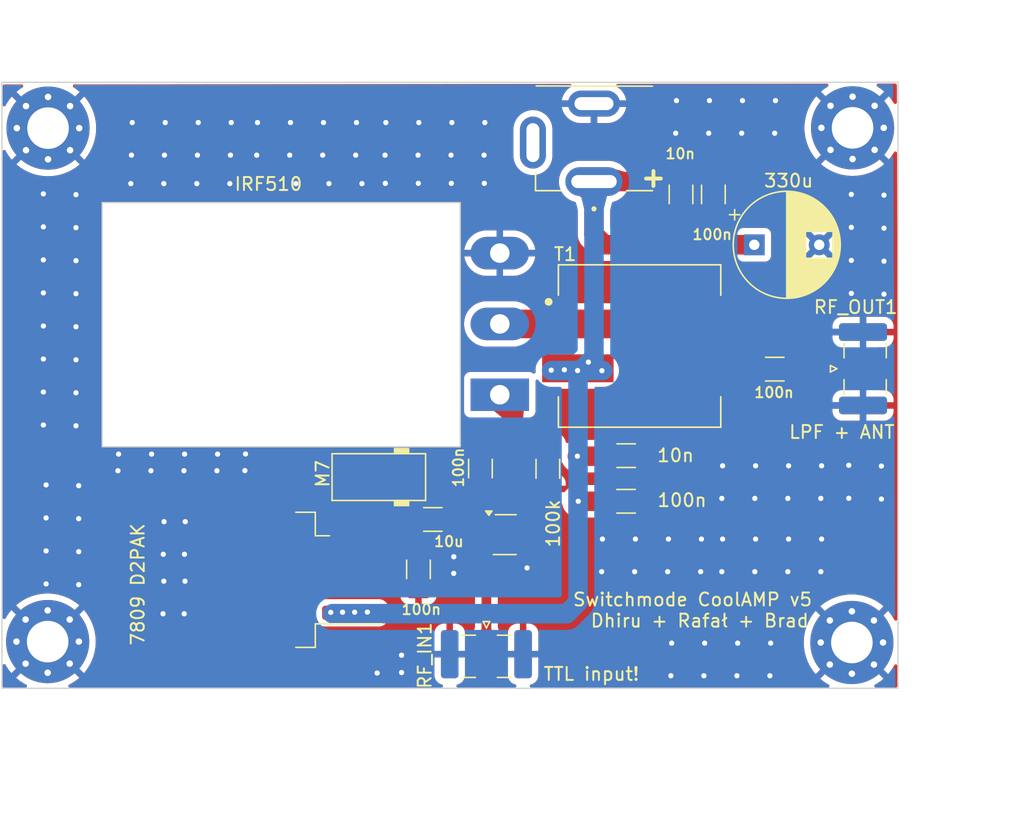
<source format=kicad_pcb>
(kicad_pcb (version 20240706) (generator "pcbnew") (generator_version "8.99")
  (layers (0 "F.Cu" signal) (31 "B.Cu" signal) (35 "F.Paste" user) (37 "F.SilkS" user "F.Silkscreen") (38 "B.Mask" user) (39 "F.Mask" user) (44 "Edge.Cuts" user))
  (net 0 "")
  (net 1 "GND")
  (net 2 "Net-(Q1-G)")
  (net 3 "/DRAIN")
  (net 4 "Net-(RF_OUT1-In)")
  (net 6 "Net-(D1-A)")
  (net 7 "9V")
  (net 8 "Net-(RF_IN1-In)")
  (net 9 "Net-(C3-Pad2)")
  (net 10 "+VDC")
  (footprint "MountingHole:MountingHole_3.2mm_M3_Pad_Via" (layer "F.Cu") (at 141.8 105.72)
    (property "Reference" "H3" (hide yes))
    (property "Value" "MountingHole_Pad" (hide yes))
    (pad "1" thru_hole circle (at -2.4 0) (size 0.8 0.8) (drill 0.5) (layers "*.Cu" "*.Mask") (net 1 "GND"))
    (pad "1" thru_hole circle (at -1.697056 -1.697056) (size 0.8 0.8) (drill 0.5) (layers "*.Cu" "*.Mask") (net 1 "GND"))
    (pad "1" thru_hole circle (at -1.697056 1.697056) (size 0.8 0.8) (drill 0.5) (layers "*.Cu" "*.Mask") (net 1 "GND"))
    (pad "1" thru_hole circle (at 0 -2.4) (size 0.8 0.8) (drill 0.5) (layers "*.Cu" "*.Mask") (net 1 "GND"))
    (pad "1" thru_hole circle (at 0 0) (size 6.4 6.4) (drill 3.2) (layers "*.Cu" "*.Mask") (net 1 "GND"))
    (pad "1" thru_hole circle (at 0 2.4) (size 0.8 0.8) (drill 0.5) (layers "*.Cu" "*.Mask") (net 1 "GND"))
    (pad "1" thru_hole circle (at 1.697056 -1.697056) (size 0.8 0.8) (drill 0.5) (layers "*.Cu" "*.Mask") (net 1 "GND"))
    (pad "1" thru_hole circle (at 1.697056 1.697056) (size 0.8 0.8) (drill 0.5) (layers "*.Cu" "*.Mask") (net 1 "GND"))
    (pad "1" thru_hole circle (at 2.4 0) (size 0.8 0.8) (drill 0.5) (layers "*.Cu" "*.Mask") (net 1 "GND"))
  )
  (footprint "Connector_Coaxial:SMA_Samtec_SMA-J-P-H-ST-EM1_EdgeMount" (layer "F.Cu") (at 204.8075 84.72)
    (property "Reference" "RF_OUT1" (at -0.8175 -4.74 0) (layer "F.SilkS"))
    (property "Value" "SMA" (hide yes))
    (pad "1" smd roundrect (at 0 0 90) (size 1.27 3.2) (layers "F.Cu" "F.Mask") (roundrect_rratio 0.1968503937) (net 4 "Net-(RF_OUT1-In)"))
    (pad "2" smd roundrect (at -0.25 -2.825 90) (size 1.35 3.7) (layers "F.Cu" "F.Mask") (roundrect_rratio 0.1851851852) (net 1 "GND"))
    (pad "2" smd roundrect (at -0.25 -2.825 90) (size 1.35 3.7) (layers "B.Cu" "B.Mask") (roundrect_rratio 0.1851851852) (net 1 "GND"))
    (pad "2" smd roundrect (at -0.25 2.825 90) (size 1.35 3.7) (layers "F.Cu" "F.Mask") (roundrect_rratio 0.1851851852) (net 1 "GND"))
    (pad "2" smd roundrect (at -0.25 2.825 90) (size 1.35 3.7) (layers "B.Cu" "B.Mask") (roundrect_rratio 0.1851851852) (net 1 "GND"))
  )
  (footprint "Capacitor_SMD:C_1206_3216Metric_Pad1.33x1.80mm_HandSolder" (layer "F.Cu") (at 186.32 94.92)
    (property "Reference" "C12" (hide yes))
    (property "Value" "100n" (at 4.31 -0.08 180) (layer "F.SilkS"))
    (pad "1" smd roundrect (at -1.5625 0) (size 1.325 1.8) (layers "F.Cu" "F.Paste" "F.Mask") (roundrect_rratio 0.188679) (net 10 "+VDC"))
    (pad "2" smd roundrect (at 1.5625 0) (size 1.325 1.8) (layers "F.Cu" "F.Paste" "F.Mask") (roundrect_rratio 0.188679) (net 1 "GND"))
  )
  (footprint "footprints:XKB_DC-005-5A-2.0_Modded" (layer "F.Cu") (at 183.85 64.3125 -90)
    (property "Reference" "Power1" (hide yes))
    (property "Value" "DC-005 (Barrel Jack)" (hide yes))
    (pad "1" thru_hole oval (at 6 0 270) (size 2.2 4.4) (drill oval 1 3.5) (layers "*.Cu" "*.Mask") (net 10 "+VDC"))
    (pad "2" thru_hole oval (at 0 0 270) (size 2 4) (drill oval 1 3) (layers "*.Cu" "*.Mask") (net 1 "GND"))
    (pad "3" thru_hole oval (at 3 4.7 270) (size 4 2) (drill oval 3 1) (layers "*.Cu" "*.Mask"))
  )
  (footprint "Capacitor_SMD:C_1206_3216Metric_Pad1.33x1.80mm_HandSolder" (layer "F.Cu") (at 171.45 96.32)
    (property "Reference" "C9" (hide yes))
    (property "Value" "10u" (at 1.23 1.7 180) (layer "F.SilkS") (effects (font (size 0.8 0.8))))
    (pad "1" smd roundrect (at -1.5625 0) (size 1.325 1.8) (layers "F.Cu" "F.Paste" "F.Mask") (roundrect_rratio 0.1886792453) (net 7 "9V"))
    (pad "2" smd roundrect (at 1.5625 0) (size 1.325 1.8) (layers "F.Cu" "F.Paste" "F.Mask") (roundrect_rratio 0.1886792453) (net 1 "GND"))
  )
  (footprint "Capacitor_SMD:C_1206_3216Metric_Pad1.33x1.80mm_HandSolder" (layer "F.Cu") (at 175.11 92.4 90)
    (property "Reference" "C4" (hide yes))
    (property "Value" "100n" (at 0.0775 -1.69 -90) (layer "F.SilkS") (effects (font (size 0.8 0.8))))
    (pad "1" smd roundrect (at -1.5625 0 90) (size 1.325 1.8) (layers "F.Cu" "F.Paste" "F.Mask") (roundrect_rratio 0.1886792453) (net 7 "9V"))
    (pad "2" smd roundrect (at 1.5625 0 90) (size 1.325 1.8) (layers "F.Cu" "F.Paste" "F.Mask") (roundrect_rratio 0.1886792453) (net 1 "GND"))
  )
  (footprint "MountingHole:MountingHole_3.2mm_M3_Pad_Via" (layer "F.Cu") (at 203.7 105.79)
    (property "Reference" "H4" (hide yes))
    (property "Value" "MountingHole_Pad" (hide yes))
    (pad "1" thru_hole circle (at -2.4 0) (size 0.8 0.8) (drill 0.5) (layers "*.Cu" "*.Mask") (net 1 "GND"))
    (pad "1" thru_hole circle (at -1.697056 -1.697056) (size 0.8 0.8) (drill 0.5) (layers "*.Cu" "*.Mask") (net 1 "GND"))
    (pad "1" thru_hole circle (at -1.697056 1.697056) (size 0.8 0.8) (drill 0.5) (layers "*.Cu" "*.Mask") (net 1 "GND"))
    (pad "1" thru_hole circle (at 0 -2.4) (size 0.8 0.8) (drill 0.5) (layers "*.Cu" "*.Mask") (net 1 "GND"))
    (pad "1" thru_hole circle (at 0 0) (size 6.4 6.4) (drill 3.2) (layers "*.Cu" "*.Mask") (net 1 "GND"))
    (pad "1" thru_hole circle (at 0 2.4) (size 0.8 0.8) (drill 0.5) (layers "*.Cu" "*.Mask") (net 1 "GND"))
    (pad "1" thru_hole circle (at 1.697056 -1.697056) (size 0.8 0.8) (drill 0.5) (layers "*.Cu" "*.Mask") (net 1 "GND"))
    (pad "1" thru_hole circle (at 1.697056 1.697056) (size 0.8 0.8) (drill 0.5) (layers "*.Cu" "*.Mask") (net 1 "GND"))
    (pad "1" thru_hole circle (at 2.4 0) (size 0.8 0.8) (drill 0.5) (layers "*.Cu" "*.Mask") (net 1 "GND"))
  )
  (footprint "Connector_Coaxial:SMA_Samtec_SMA-J-P-H-ST-EM1_EdgeMount" (layer "F.Cu") (at 175.57 106.94 -90)
    (property "Reference" "RF_IN1" (at -0.14 4.74 90) (layer "F.SilkS"))
    (property "Value" "SMA" (hide yes))
    (pad "1" smd roundrect (at 0 0) (size 1.27 3.2) (layers "F.Cu" "F.Mask") (roundrect_rratio 0.1968503937) (net 8 "Net-(RF_IN1-In)"))
    (pad "2" smd roundrect (at -0.25 -2.825) (size 1.35 3.7) (layers "F.Cu" "F.Mask") (roundrect_rratio 0.1851851852) (net 1 "GND"))
    (pad "2" smd roundrect (at -0.25 -2.825) (size 1.35 3.7) (layers "B.Cu" "B.Mask") (roundrect_rratio 0.1851851852) (net 1 "GND"))
    (pad "2" smd roundrect (at -0.25 2.825) (size 1.35 3.7) (layers "F.Cu" "F.Mask") (roundrect_rratio 0.1851851852) (net 1 "GND"))
    (pad "2" smd roundrect (at -0.25 2.825) (size 1.35 3.7) (layers "B.Cu" "B.Mask") (roundrect_rratio 0.1851851852) (net 1 "GND"))
  )
  (footprint "footprints:TO-247-3_Horizontal_TabDown_Modded" (layer "F.Cu") (at 176.6 86.72 90)
    (property "Reference" "Q1" (hide yes))
    (property "Value" "IRF510" (hide yes))
    (pad "" np_thru_hole oval (at 5.45 -19.86 90) (size 3.6 3.6) (drill 3.6) (layers "*.Cu" "*.Mask"))
    (pad "1" thru_hole rect (at 0 0 90) (size 2.5 4.5) (drill 1.5) (layers "*.Cu" "*.Mask") (net 2 "Net-(Q1-G)"))
    (pad "2" thru_hole oval (at 5.45 0 90) (size 2.5 4.5) (drill 1.5) (layers "*.Cu" "*.Mask") (net 3 "/DRAIN"))
    (pad "3" thru_hole oval (at 10.9 0 90) (size 2.5 4.5) (drill 1.5) (layers "*.Cu" "*.Mask") (net 1 "GND"))
  )
  (footprint "Capacitor_SMD:C_1206_3216Metric_Pad1.33x1.80mm_HandSolder" (layer "F.Cu") (at 197.7675 84.75 180)
    (property "Reference" "C3" (hide yes))
    (property "Value" "100n" (at 0.06 -1.8 180) (layer "F.SilkS") (effects (font (size 0.8 0.8))))
    (pad "1" smd roundrect (at -1.5625 0 180) (size 1.325 1.8) (layers "F.Cu" "F.Paste" "F.Mask") (roundrect_rratio 0.1886792453) (net 4 "Net-(RF_OUT1-In)"))
    (pad "2" smd roundrect (at 1.5625 0 180) (size 1.325 1.8) (layers "F.Cu" "F.Paste" "F.Mask") (roundrect_rratio 0.1886792453) (net 9 "Net-(C3-Pad2)"))
  )
  (footprint "PCM_Diode_SMD_AKL:D_SMA" (layer "F.Cu") (at 167.29 93.06 180)
    (property "Reference" "D1" (hide yes))
    (property "Value" "M7" (at 4.32 0.26 -90) (layer "F.SilkS"))
    (pad "1" smd roundrect (at -2 0 180) (size 2.5 1.8) (layers "F.Cu" "F.Paste" "F.Mask") (roundrect_rratio 0.1388888889) (net 7 "9V"))
    (pad "2" smd roundrect (at 2 0 180) (size 2.5 1.8) (layers "F.Cu" "F.Paste" "F.Mask") (roundrect_rratio 0.1388888889) (net 6 "Net-(D1-A)"))
  )
  (footprint "Package_TO_SOT_SMD:TSOT-23-5_HandSoldering" (layer "F.Cu") (at 176.98 97.4625)
    (property "Reference" "U2" (hide yes))
    (property "Value" "UCC27517DBVR" (hide yes))
    (pad "1" smd roundrect (at -1.71 -0.95) (size 2 0.65) (layers "F.Cu" "F.Paste" "F.Mask") (net 7 "9V"))
    (pad "2" smd roundrect (at -1.71 0) (size 2 0.65) (layers "F.Cu" "F.Paste" "F.Mask") (net 1 "GND"))
    (pad "3" smd roundrect (at -1.71 0.95) (size 2 0.65) (layers "F.Cu" "F.Paste" "F.Mask") (net 8 "Net-(RF_IN1-In)"))
    (pad "4" smd roundrect (at 1.71 0.95) (size 2 0.65) (layers "F.Cu" "F.Paste" "F.Mask") (net 1 "GND"))
    (pad "5" smd roundrect (at 1.71 -0.95) (size 2 0.65) (layers "F.Cu" "F.Paste" "F.Mask") (net 2 "Net-(Q1-G)"))
  )
  (footprint "Capacitor_THT:CP_Radial_D8.0mm_P5.00mm" (layer "F.Cu") (at 196.187349 75.18)
    (property "Reference" "C6" (hide yes))
    (property "Value" "330u" (at 2.642651 -4.93 0) (layer "F.SilkS"))
    (pad "1" thru_hole rect (at 0 0) (size 1.6 1.6) (drill 0.8) (layers "*.Cu" "*.Mask") (net 10 "+VDC"))
    (pad "2" thru_hole circle (at 5 0) (size 1.6 1.6) (drill 0.8) (layers "*.Cu" "*.Mask") (net 1 "GND"))
  )
  (footprint "footprints:IND_SRF1260A-4R7Y-Longer-Pads" (layer "F.Cu") (at 187.36 82.97)
    (property "Reference" "T1" (at -5.725 -7.065 0) (layer "F.SilkS") (effects (font (size 1.001409 1.001409))))
    (property "Value" "SRF1260A-4R7Y" (hide yes))
    (pad "1" smd rect (at -4.75 -1.715 180) (size 5.5 2.15) (layers "F.Cu" "F.Paste" "F.Mask") (net 3 "/DRAIN"))
    (pad "2" smd rect (at -4.75 1.715 180) (size 5.5 2.15) (layers "F.Cu" "F.Paste" "F.Mask") (net 10 "+VDC"))
    (pad "3" smd rect (at 4.75 1.715 180) (size 5.5 2.15) (layers "F.Cu" "F.Paste" "F.Mask") (net 9 "Net-(C3-Pad2)"))
    (pad "4" smd rect (at 4.75 -1.715 180) (size 5.5 2.15) (layers "F.Cu" "F.Paste" "F.Mask") (net 3 "/DRAIN"))
  )
  (footprint "MountingHole:MountingHole_3.2mm_M3_Pad_Via" (layer "F.Cu") (at 141.83 66.2)
    (property "Reference" "H1" (hide yes))
    (property "Value" "MountingHole_Pad" (hide yes))
    (pad "1" thru_hole circle (at -2.4 0) (size 0.8 0.8) (drill 0.5) (layers "*.Cu" "*.Mask") (net 1 "GND"))
    (pad "1" thru_hole circle (at -1.697056 -1.697056) (size 0.8 0.8) (drill 0.5) (layers "*.Cu" "*.Mask") (net 1 "GND"))
    (pad "1" thru_hole circle (at -1.697056 1.697056) (size 0.8 0.8) (drill 0.5) (layers "*.Cu" "*.Mask") (net 1 "GND"))
    (pad "1" thru_hole circle (at 0 -2.4) (size 0.8 0.8) (drill 0.5) (layers "*.Cu" "*.Mask") (net 1 "GND"))
    (pad "1" thru_hole circle (at 0 0) (size 6.4 6.4) (drill 3.2) (layers "*.Cu" "*.Mask") (net 1 "GND"))
    (pad "1" thru_hole circle (at 0 2.4) (size 0.8 0.8) (drill 0.5) (layers "*.Cu" "*.Mask") (net 1 "GND"))
    (pad "1" thru_hole circle (at 1.697056 -1.697056) (size 0.8 0.8) (drill 0.5) (layers "*.Cu" "*.Mask") (net 1 "GND"))
    (pad "1" thru_hole circle (at 1.697056 1.697056) (size 0.8 0.8) (drill 0.5) (layers "*.Cu" "*.Mask") (net 1 "GND"))
    (pad "1" thru_hole circle (at 2.4 0) (size 0.8 0.8) (drill 0.5) (layers "*.Cu" "*.Mask") (net 1 "GND"))
  )
  (footprint "Capacitor_SMD:C_1206_3216Metric_Pad1.33x1.80mm_HandSolder" (layer "F.Cu") (at 193.04 71.3 90)
    (property "Reference" "C5" (hide yes))
    (property "Value" "100n" (at -3.09 -0.09 0) (layer "F.SilkS") (effects (font (size 0.8 0.8))))
    (pad "1" smd roundrect (at -1.5625 0 90) (size 1.325 1.8) (layers "F.Cu" "F.Paste" "F.Mask") (roundrect_rratio 0.1886792453) (net 10 "+VDC"))
    (pad "2" smd roundrect (at 1.5625 0 90) (size 1.325 1.8) (layers "F.Cu" "F.Paste" "F.Mask") (roundrect_rratio 0.1886792453) (net 1 "GND"))
  )
  (footprint "Capacitor_SMD:C_1206_3216Metric_Pad1.33x1.80mm_HandSolder" (layer "F.Cu") (at 170.34 100.16 -90)
    (property "Reference" "C8" (hide yes))
    (property "Value" "100n" (at 3.0875 -0.22 180) (layer "F.SilkS") (effects (font (size 0.8 0.8))))
    (pad "1" smd roundrect (at -1.5625 0 270) (size 1.325 1.8) (layers "F.Cu" "F.Paste" "F.Mask") (roundrect_rratio 0.1886792453) (net 6 "Net-(D1-A)"))
    (pad "2" smd roundrect (at 1.5625 0 270) (size 1.325 1.8) (layers "F.Cu" "F.Paste" "F.Mask") (roundrect_rratio 0.1886792453) (net 1 "GND"))
  )
  (footprint "footprints:TO-263-2-bigger" (layer "F.Cu") (at 157.575 100.965 180)
    (property "Reference" "U1" (hide yes))
    (property "Value" "7809 D2PAK" (at 8.835 -0.355 90) (layer "F.SilkS"))
    (pad "1" smd roundrect (at -7.65 -2.54 180) (size 4.6 1.1) (layers "F.Cu" "F.Paste" "F.Mask") (roundrect_rratio 0.227273) (net 10 "+VDC"))
    (pad "2" smd roundrect (at -0.925 -2.775 180) (size 4.55 5.25) (layers "F.Cu" "F.Paste") (roundrect_rratio 0.054945) (net 1 "GND"))
    (pad "2" smd roundrect (at -0.925 2.775 180) (size 4.55 5.25) (layers "F.Cu" "F.Paste") (roundrect_rratio 0.054945) (net 1 "GND"))
    (pad "2" smd roundrect (at 2.38 0.04 180) (size 11.16 10.88) (layers "F.Cu" "F.Mask") (roundrect_rratio 0.026596) (net 1 "GND"))
    (pad "2" smd roundrect (at 4.805 2.815 180) (size 6.31 5.33) (layers "F.Cu" "F.Paste") (roundrect_rratio 0.054945) (net 1 "GND"))
    (pad "2" smd roundrect (at 4.815 -2.775 180) (size 6.33 5.25) (layers "F.Cu" "F.Paste") (roundrect_rratio 0.054945) (net 1 "GND"))
    (pad "3" smd roundrect (at -7.65 2.54 180) (size 4.6 1.1) (layers "F.Cu" "F.Paste" "F.Mask") (roundrect_rratio 0.227273) (net 6 "Net-(D1-A)"))
  )
  (footprint "Capacitor_SMD:C_1206_3216Metric_Pad1.33x1.80mm_HandSolder" (layer "F.Cu") (at 190.55 71.3 90)
    (property "Reference" "C10" (hide yes))
    (property "Value" "10n" (at 3.13 -0.06 0) (layer "F.SilkS") (effects (font (size 0.8 0.8))))
    (pad "1" smd roundrect (at -1.5625 0 90) (size 1.325 1.8) (layers "F.Cu" "F.Paste" "F.Mask") (roundrect_rratio 0.1886792453) (net 10 "+VDC"))
    (pad "2" smd roundrect (at 1.5625 0 90) (size 1.325 1.8) (layers "F.Cu" "F.Paste" "F.Mask") (roundrect_rratio 0.1886792453) (net 1 "GND"))
  )
  (footprint "MountingHole:MountingHole_3.2mm_M3_Pad_Via" (layer "F.Cu") (at 203.752944 66.177944)
    (property "Reference" "H2" (hide yes))
    (property "Value" "MountingHole_Pad" (hide yes))
    (pad "1" thru_hole circle (at -2.4 0) (size 0.8 0.8) (drill 0.5) (layers "*.Cu" "*.Mask") (net 1 "GND"))
    (pad "1" thru_hole circle (at -1.697056 -1.697056) (size 0.8 0.8) (drill 0.5) (layers "*.Cu" "*.Mask") (net 1 "GND"))
    (pad "1" thru_hole circle (at -1.697056 1.697056) (size 0.8 0.8) (drill 0.5) (layers "*.Cu" "*.Mask") (net 1 "GND"))
    (pad "1" thru_hole circle (at 0 -2.4) (size 0.8 0.8) (drill 0.5) (layers "*.Cu" "*.Mask") (net 1 "GND"))
    (pad "1" thru_hole circle (at 0 0) (size 6.4 6.4) (drill 3.2) (layers "*.Cu" "*.Mask") (net 1 "GND"))
    (pad "1" thru_hole circle (at 0 2.4) (size 0.8 0.8) (drill 0.5) (layers "*.Cu" "*.Mask") (net 1 "GND"))
    (pad "1" thru_hole circle (at 1.697056 -1.697056) (size 0.8 0.8) (drill 0.5) (layers "*.Cu" "*.Mask") (net 1 "GND"))
    (pad "1" thru_hole circle (at 1.697056 1.697056) (size 0.8 0.8) (drill 0.5) (layers "*.Cu" "*.Mask") (net 1 "GND"))
    (pad "1" thru_hole circle (at 2.4 0) (size 0.8 0.8) (drill 0.5) (layers "*.Cu" "*.Mask") (net 1 "GND"))
  )
  (footprint "Resistor_SMD:R_1206_3216Metric_Pad1.30x1.75mm_HandSolder" (layer "F.Cu") (at 180.3 92.42 -90)
    (property "Reference" "R3" (hide yes))
    (property "Value" "100k" (at 4.21 -0.41 90) (layer "F.SilkS"))
    (pad "1" smd roundrect (at -1.55 0 270) (size 1.3 1.75) (layers "F.Cu" "F.Paste" "F.Mask") (roundrect_rratio 0.1923076923) (net 2 "Net-(Q1-G)"))
    (pad "2" smd roundrect (at 1.55 0 270) (size 1.3 1.75) (layers "F.Cu" "F.Paste" "F.Mask") (roundrect_rratio 0.1923076923) (net 1 "GND"))
  )
  (footprint "Capacitor_SMD:C_1206_3216Metric_Pad1.33x1.80mm_HandSolder" (layer "F.Cu") (at 186.3325 91.41)
    (property "Reference" "C2" (hide yes))
    (property "Value" "10n" (at 3.7975 -0.02 180) (layer "F.SilkS"))
    (pad "1" smd roundrect (at -1.5625 0) (size 1.325 1.8) (layers "F.Cu" "F.Paste" "F.Mask") (roundrect_rratio 0.188679) (net 10 "+VDC"))
    (pad "2" smd roundrect (at 1.5625 0) (size 1.325 1.8) (layers "F.Cu" "F.Paste" "F.Mask") (roundrect_rratio 0.188679) (net 1 "GND"))
  )
  (gr_rect (start 138.28 62.675) (end 207.25 109.315) (stroke (width 0.1)) (fill none) (layer "Edge.Cuts"))
  (gr_rect (start 146 71.93) (end 173.55 90.72) (stroke (width 0.1)) (fill none) (layer "Edge.Cuts"))
  (gr_text "+" (at 187.3 70.85 0) (layer "F.SilkS") (effects (font (size 1.5 1.5) (thickness 0.3) (bold yes)) (justify left bottom)))
  (gr_text "LPF + ANT" (at 198.78 90.18 0) (layer "F.SilkS") (effects (font (size 1 1)) (justify left bottom)))
  (gr_text "TTL input!" (at 179.89 108.8 0) (layer "F.SilkS") (effects (font (size 1 1)) (justify left bottom)))
  (gr_text "Dhiru + Rafał + Brad" (at 183.51 104.7 0) (layer "F.SilkS") (effects (font (size 1 1)) (justify left bottom)))
  (gr_text "IRF510" (at 156.1 71.09 0) (layer "F.SilkS") (effects (font (size 1 1)) (justify left bottom)))
  (gr_text "Switchmode CoolAMP v5\n " (at 182.15 104.68 0) (layer "F.SilkS") (effects (font (size 1 1)) (justify left bottom)))
  (segment (start 174.1825 97.4725) (end 173.07 96.36) (width 0.75) (layer "F.Cu") (net 1))
  (segment (start 175.44 97.4725) (end 174.1825 97.4725) (width 0.75) (layer "F.Cu") (net 1))
  (segment (start 175.44 97.4725) (end 174.562514 97.4725) (width 0.75) (layer "F.Cu") (net 1))
  (via (at 143.98 76.4) (size 0.8) (drill 0.4) (layers "F.Cu" "B.Cu") (net 1))
  (via (at 197.82 64.08) (size 0.8) (drill 0.4) (layers "F.Cu" "B.Cu") (net 1))
  (via (at 141.68 98.74) (size 0.8) (drill 0.4) (layers "F.Cu" "B.Cu") (net 1))
  (via (at 143.98 71.32) (size 0.8) (drill 0.4) (layers "F.Cu" "B.Cu") (net 1))
  (via (at 141.47 89.05) (size 0.8) (drill 0.4) (layers "F.Cu" "B.Cu") (net 1))
  (via (at 157.95 65.77) (size 0.8) (drill 0.4) (layers "F.Cu" "B.Cu") (net 1))
  (via (at 141.47 76.34) (size 0.8) (drill 0.4) (layers "F.Cu" "B.Cu") (net 1))
  (via (at 201.37 97.83) (size 0.8) (drill 0.4) (layers "F.Cu" "B.Cu") (net 1))
  (via (at 192.74 64.08) (size 0.8) (drill 0.4) (layers "F.Cu" "B.Cu") (net 1))
  (via (at 150.7 99) (size 0.8) (drill 0.4) (layers "F.Cu" "B.Cu") (net 1))
  (via (at 190.14 66.59) (size 0.8) (drill 0.4) (layers "F.Cu" "B.Cu") (net 1))
  (via (at 150.76 96.49) (size 0.8) (drill 0.4) (layers "F.Cu" "B.Cu") (net 1))
  (via (at 167.83 65.77) (size 0.8) (drill 0.4) (layers "F.Cu" "B.Cu") (net 1))
  (via (at 175.45 65.77) (size 0.8) (drill 0.4) (layers "F.Cu" "B.Cu") (net 1))
  (via (at 153.28 70.47) (size 0.8) (drill 0.4) (layers "F.Cu" "B.Cu") (net 1))
  (via (at 198.83 97.83) (size 0.8) (drill 0.4) (layers "F.Cu" "B.Cu") (net 1))
  (via (at 150.85 65.77) (size 0.8) (drill 0.4) (layers "F.Cu" "B.Cu") (net 1))
  (via (at 165.99 70.47) (size 0.8) (drill 0.4) (layers "F.Cu" "B.Cu") (net 1))
  (via (at 192.06 100.34) (size 0.8) (drill 0.4) (layers "F.Cu" "B.Cu") (net 1))
  (via (at 190.2 64.08) (size 0.8) (drill 0.4) (layers "F.Cu" "B.Cu") (net 1))
  (via (at 206.17 78.98) (size 0.8) (drill 0.4) (layers "F.Cu" "B.Cu") (net 1))
  (via (at 195.22 66.59) (size 0.8) (drill 0.4) (layers "F.Cu" "B.Cu") (net 1))
  (via (at 193.69 100.34) (size 0.8) (drill 0.4) (layers "F.Cu" "B.Cu") (net 1))
  (via (at 192.37 105.84) (size 0.8) (drill 0.4) (layers "F.Cu" "B.Cu") (net 1))
  (via (at 153.39 65.77) (size 0.8) (drill 0.4) (layers "F.Cu" "B.Cu") (net 1))
  (via (at 187.04 97.83) (size 0.8) (drill 0.4) (layers "F.Cu" "B.Cu") (net 1))
  (via (at 201.31 100.34) (size 0.8) (drill 0.4) (layers "F.Cu" "B.Cu") (net 1))
  (via (at 172.91 65.77) (size 0.8) (drill 0.4) (layers "F.Cu" "B.Cu") (net 1))
  (via (at 147.26 91.29) (size 0.8) (drill 0.4) (layers "F.Cu" "B.Cu") (net 1))
  (via (at 196.23 94.7) (size 0.8) (drill 0.4) (layers "F.Cu" "B.Cu") (net 1))
  (via (at 203.66 76.38) (size 0.8) (drill 0.4) (layers "F.Cu" "B.Cu") (net 1))
  (via (at 147.21 92.57) (size 0.8) (drill 0.4) (layers "F.Cu" "B.Cu") (net 1))
  (via (at 193.75 97.83) (size 0.8) (drill 0.4) (layers "F.Cu" "B.Cu") (net 1))
  (via (at 189.77 108.35) (size 0.8) (drill 0.4) (layers "F.Cu" "B.Cu") (net 1))
  (via (at 141.47 78.88) (size 0.8) (drill 0.4) (layers "F.Cu" "B.Cu") (net 1))
  (via (at 198.83 92.19) (size 0.8) (drill 0.4) (layers "F.Cu" "B.Cu") (net 1))
  (via (at 196.29 97.83) (size 0.8) (drill 0.4) (layers "F.Cu" "B.Cu") (net 1))
  (via (at 152.34 91.29) (size 0.8) (drill 0.4) (layers "F.Cu" "B.Cu") (net 1))
  (via (at 203.66 71.3) (size 0.8) (drill 0.4) (layers "F.Cu" "B.Cu") (net 1))
  (via (at 155.87 68.28) (size 0.8) (drill 0.4) (layers "F.Cu" "B.Cu") (net 1))
  (via (at 144.19 96.26) (size 0.8) (drill 0.4) (layers "F.Cu" "B.Cu") (net 1))
  (via (at 157.89 68.28) (size 0.8) (drill 0.4) (layers "F.Cu" "B.Cu") (net 1))
  (via (at 172.87 70.45) (size 0.8) (drill 0.4) (layers "F.Cu" "B.Cu") (net 1))
  (via (at 197.45 105.84) (size 0.8) (drill 0.4) (layers "F.Cu" "B.Cu") (net 1))
  (via (at 160.43 68.28) (size 0.8) (drill 0.4) (layers "F.Cu" "B.Cu") (net 1))
  (via (at 205.97 92.21) (size 0.8) (drill 0.4) (layers "F.Cu" "B.Cu") (net 1))
  (via (at 203.46 94.69) (size 0.8) (drill 0.4) (layers "F.Cu" "B.Cu") (net 1))
  (via (at 196.23 100.34) (size 0.8) (drill 0.4) (layers "F.Cu" "B.Cu") (net 1))
  (via (at 206.17 76.44) (size 0.8) (drill 0.4) (layers "F.Cu" "B.Cu") (net 1))
  (via (at 148.31 65.77) (size 0.8) (drill 0.4) (layers "F.Cu" "B.Cu") (net 1))
  (via (at 163.03 65.77) (size 0.8) (drill 0.4) (layers "F.Cu" "B.Cu") (net 1))
  (via (at 152.37 101.07) (size 0.8) (drill 0.4) (layers "F.Cu" "B.Cu") (net 1))
  (via (at 163.45 70.47) (size 0.8) (drill 0.4) (layers "F.Cu" "B.Cu") (net 1))
  (via (at 143.98 86.57) (size 0.8) (drill 0.4) (layers "F.Cu" "B.Cu") (net 1))
  (via (at 165.51 68.28) (size 0.8) (drill 0.4) (layers "F.Cu" "B.Cu") (net 1))
  (via (at 167.16 108.14) (size 0.8) (drill 0.4) (layers "F.Cu" "B.Cu") (net 1))
  (via (at 169.04 108.1) (size 0.8) (drill 0.4) (layers "F.Cu" "B.Cu") (net 1))
  (via (at 195.28 64.08) (size 0.8) (drill 0.4) (layers "F.Cu" "B.Cu") (net 1))
  (via (at 196.29 92.19) (size 0.8) (drill 0.4) (layers "F.Cu" "B.Cu") (net 1))
  (via (at 150.79 68.28) (size 0.8) (drill 0.4) (layers "F.Cu" "B.Cu") (net 1))
  (via (at 203.66 73.84) (size 0.8) (drill 0.4) (layers "F.Cu" "B.Cu") (net 1))
  (via (at 141.47 86.51) (size 0.8) (drill 0.4) (layers "F.Cu" "B.Cu") (net 1))
  (via (at 144.19 98.8) (size 0.8) (drill 0.4) (layers "F.Cu" "B.Cu") (net 1))
  (via (at 154.88 91.29) (size 0.8) (drill 0.4) (layers "F.Cu" "B.Cu") (net 1))
  (via (at 193.69 94.7) (size 0.8) (drill 0.4) (layers "F.Cu" "B.Cu") (net 1))
  (via (at 192.31 108.35) (size 0.8) (drill 0.4) (layers "F.Cu" "B.Cu") (net 1))
  (via (at 175.39 68.28) (size 0.8) (drill 0.4) (layers "F.Cu" "B.Cu") (net 1))
  (via (at 201.37 92.19) (size 0.8) (drill 0.4) (layers "F.Cu" "B.Cu") (net 1))
  (via (at 141.47 73.8) (size 0.8) (drill 0.4) (layers "F.Cu" "B.Cu") (net 1))
  (via (at 197.76 66.59) (size 0.8) (drill 0.4) (layers "F.Cu" "B.Cu") (net 1))
  (via (at 150.68 103.58) (size 0.8) (drill 0.4) (layers "F.Cu" "B.Cu") (net 1))
  (via (at 154.83 92.57) (size 0.8) (drill 0.4) (layers "F.Cu" "B.Cu") (net 1))
  (via (at 148.2 70.47) (size 0.8) (drill 0.4) (layers "F.Cu" "B.Cu") (net 1))
  (via (at 170.31 68.28) (size 0.8) (drill 0.4) (layers "F.Cu" "B.Cu") (net 1))
  (via (at 141.47 83.97) (size 0.8) (drill 0.4) (layers "F.Cu" "B.Cu") (net 1))
  (via (at 143.98 78.94) (size 0.8) (drill 0.4) (layers "F.Cu" "B.Cu") (net 1))
  (via (at 143.98 81.49) (size 0.8) (drill 0.4) (layers "F.Cu" "B.Cu") (net 1))
  (via (at 192.68 66.59) (size 0.8) (drill 0.4) (layers "F.Cu" "B.Cu") (net 1))
  (via (at 152.33 99) (size 0.8) (drill 0.4) (layers "F.Cu" "B.Cu") (net 1))
  (via (at 205.97 94.75) (size 0.8) (drill 0.4) (layers "F.Cu" "B.Cu") (net 1))
  (via (at 170.33 70.45) (size 0.8) (drill 0.4) (layers "F.Cu" "B.Cu") (net 1))
  (via (at 170.37 65.77) (size 0.8) (drill 0.4) (layers "F.Cu" "B.Cu") (net 1))
  (via (at 197.39 108.35) (size 0.8) (drill 0.4) (layers "F.Cu" "B.Cu") (net 1))
  (via (at 141.68 101.28) (size 0.8) (drill 0.4) (layers "F.Cu" "B.Cu") (net 1))
  (via (at 152.31 103.58) (size 0.8) (drill 0.4) (layers "F.Cu" "B.Cu") (net 1))
  (via (at 184.44 100.34) (size 0.8) (drill 0.4) (layers "F.Cu" "B.Cu") (net 1))
  (via (at 149.8 91.29) (size 0.8) (drill 0.4) (layers "F.Cu" "B.Cu") (net 1))
  (via (at 178.7 100.05) (size 0.8) (drill 0.4) (layers "F.Cu" "B.Cu") (net 1))
  (via (at 175.41 70.45) (size 0.8) (drill 0.4) (layers "F.Cu" "B.Cu") (net 1))
  (via (at 184.5 97.83) (size 0.8) (drill 0.4) (layers "F.Cu" "B.Cu") (net 1))
  (via (at 152.29 92.57) (size 0.8) (drill 0.4) (layers "F.Cu" "B.Cu") (net 1))
  (via (at 194.85 108.35) (size 0.8) (drill 0.4) (layers "F.Cu" "B.Cu") (net 1))
  (via (at 189.58 97.83) (size 0.8) (drill 0.4) (layers "F.Cu" "B.Cu") (net 1))
  (via (at 162.97 68.28) (size 0.8) (drill 0.4) (layers "F.Cu" "B.Cu") (net 1))
  (via (at 150.74 70.47) (size 0.8) (drill 0.4) (layers "F.Cu" "B.Cu") (net 1))
  (via (at 155.82 70.47) (size 0.8) (drill 0.4) (layers "F.Cu" "B.Cu") (net 1))
  (via (at 167.79 70.45) (size 0.8) (drill 0.4) (layers "F.Cu" "B.Cu") (net 1))
  (via (at 167.77 68.28) (size 0.8) (drill 0.4) (layers "F.Cu" "B.Cu") (net 1))
  (via (at 143.98 73.86) (size 0.8) (drill 0.4) (layers "F.Cu" "B.Cu") (net 1))
  (via (at 144.19 101.34) (size 0.8) (drill 0.4) (layers "F.Cu" "B.Cu") (net 1))
  (via (at 173.054721 100.470673) (size 0.8) (drill 0.4) (layers "F.Cu" "B.Cu") (net 1))
  (via (at 160.91 70.47) (size 0.8) (drill 0.4) (layers "F.Cu" "B.Cu") (net 1))
  (via (at 206.17 71.36) (size 0.8) (drill 0.4) (layers "F.Cu" "B.Cu") (net 1))
  (via (at 173.06 99.19) (size 0.8) (drill 0.4) (layers "F.Cu" "B.Cu") (net 1))
  (via (at 160.49 65.77) (size 0.8) (drill 0.4) (layers "F.Cu" "B.Cu") (net 1))
  (via (at 201.31 94.7) (size 0.8) (drill 0.4) (layers "F.Cu" "B.Cu") (net 1))
  (via (at 157.03 91.28) (size 0.8) (drill 0.4) (layers "F.Cu" "B.Cu") (net 1))
  (via (at 143.98 84.03) (size 0.8) (drill 0.4) (layers "F.Cu" "B.Cu") (net 1))
  (via (at 149.75 92.57) (size 0.8) (drill 0.4) (layers "F.Cu" "B.Cu") (net 1))
  (via (at 189.52 100.34) (size 0.8) (drill 0.4) (layers "F.Cu" "B.Cu") (net 1))
  (via (at 141.47 81.43) (size 0.8) (drill 0.4) (layers "F.Cu" "B.Cu") (net 1))
  (via (at 203.66 78.92) (size 0.8) (drill 0.4) (layers "F.Cu" "B.Cu") (net 1))
  (via (at 150.74 101.07) (size 0.8) (drill 0.4) (layers "F.Cu" "B.Cu") (net 1))
  (via (at 155.93 65.77) (size 0.8) (drill 0.4) (layers "F.Cu" "B.Cu") (net 1))
  (via (at 169.04 106.77) (size 0.8) (drill 0.4) (layers "F.Cu" "B.Cu") (net 1))
  (via (at 198.77 100.34) (size 0.8) (drill 0.4) (layers "F.Cu" "B.Cu") (net 1))
  (via (at 206.17 73.9) (size 0.8) (drill 0.4) (layers "F.Cu" "B.Cu") (net 1))
  (via (at 141.68 93.66) (size 0.8) (drill 0.4) (layers "F.Cu" "B.Cu") (net 1))
  (via (at 148.25 68.28) (size 0.8) (drill 0.4) (layers "F.Cu" "B.Cu") (net 1))
  (via (at 141.68 96.2) (size 0.8) (drill 0.4) (layers "F.Cu" "B.Cu") (net 1))
  (via (at 198.77 94.7) (size 0.8) (drill 0.4) (layers "F.Cu" "B.Cu") (net 1))
  (via (at 144.19 93.72) (size 0.8) (drill 0.4) (layers "F.Cu" "B.Cu") (net 1))
  (via (at 193.75 92.19) (size 0.8) (drill 0.4) (layers "F.Cu" "B.Cu") (net 1))
  (via (at 141.47 71.26) (size 0.8) (drill 0.4) (layers "F.Cu" "B.Cu") (net 1))
  (via (at 165.57 65.77) (size 0.8) (drill 0.4) (layers "F.Cu" "B.Cu") (net 1))
  (via (at 143.98 89.11) (size 0.8) (drill 0.4) (layers "F.Cu" "B.Cu") (net 1))
  (via (at 153.33 68.28) (size 0.8) (drill 0.4) (layers "F.Cu" "B.Cu") (net 1))
  (via (at 152.39 96.49) (size 0.8) (drill 0.4) (layers "F.Cu" "B.Cu") (net 1))
  (via (at 203.46 92.15) (size 0.8) (drill 0.4) (layers "F.Cu" "B.Cu") (net 1))
  (via (at 172.85 68.28) (size 0.8) (drill 0.4) (layers "F.Cu" "B.Cu") (net 1))
  (via (at 192.12 97.83) (size 0.8) (drill 0.4) (layers "F.Cu" "B.Cu") (net 1))
  (via (at 189.83 105.84) (size 0.8) (drill 0.4) (layers "F.Cu" "B.Cu") (net 1))
  (via (at 194.91 105.84) (size 0.8) (drill 0.4) (layers "F.Cu" "B.Cu") (net 1))
  (via (at 186.98 100.34) (size 0.8) (drill 0.4) (layers "F.Cu" "B.Cu") (net 1))
  (via (at 156.98 92.56) (size 0.8) (drill 0.4) (layers "F.Cu" "B.Cu") (net 1))
  (segment (start 177.86 95.6825) (end 177.86 87.98) (width 1) (layer "F.Cu") (net 2))
  (segment (start 177.86 90.84) (end 180.27 90.84) (width 1) (layer "F.Cu") (net 2))
  (segment (start 177.86 87.98) (end 176.6 86.72) (width 1) (layer "F.Cu") (net 2))
  (segment (start 178.69 96.5125) (end 177.86 95.6825) (width 1) (layer "F.Cu") (net 2))
  (segment (start 176.6 81.27) (end 182.455 81.27) (width 2.2) (layer "F.Cu") (net 3))
  (segment (start 182.455 81.27) (end 182.46 81.275) (width 2.2) (layer "F.Cu") (net 3))
  (segment (start 182.46 81.275) (end 191.96 81.275) (width 2.2) (layer "F.Cu") (net 3))
  (segment (start 199.33 84.75) (end 204.9775 84.75) (width 2.2) (layer "F.Cu") (net 4))
  (segment (start 165.225 98.425) (end 170.1675 98.425) (width 1.5) (layer "F.Cu") (net 6))
  (segment (start 165.29 93.06) (end 165.29 98.36) (width 1.5) (layer "F.Cu") (net 6))
  (segment (start 165.29 98.36) (end 165.225 98.425) (width 1.5) (layer "F.Cu") (net 6))
  (segment (start 170.1675 98.425) (end 170.34 98.5975) (width 1.5) (layer "F.Cu") (net 6))
  (segment (start 174.2075 93.06) (end 175.11 93.9625) (width 1.5) (layer "F.Cu") (net 7))
  (segment (start 174.5775 93.43) (end 175.11 93.9625) (width 1) (layer "F.Cu") (net 7))
  (segment (start 169.29 93.06) (end 174.2075 93.06) (width 1.5) (layer "F.Cu") (net 7))
  (segment (start 175.44 94.61) (end 175.44 96.5225) (width 0.75) (layer "F.Cu") (net 7))
  (segment (start 169.8875 93.6575) (end 169.29 93.06) (width 1.5) (layer "F.Cu") (net 7))
  (segment (start 170.0975 96.33) (end 170.0975 93.4425) (width 0.75) (layer "F.Cu") (net 7))
  (segment (start 169.8875 96.32) (end 169.8875 93.6575) (width 1.5) (layer "F.Cu") (net 7))
  (segment (start 175.57 98.5525) (end 175.44 98.4225) (width 0.75) (layer "F.Cu") (net 8))
  (segment (start 175.57 107.14) (end 175.57 98.5525) (width 0.75) (layer "F.Cu") (net 8))
  (segment (start 192.11 84.685) (end 196.14 84.685) (width 2.2) (layer "F.Cu") (net 9))
  (segment (start 186.11 75.17) (end 184.65 75.17) (width 1.5) (layer "F.Cu") (net 10))
  (segment (start 193.07 75.17) (end 191.16 75.17) (width 1.5) (layer "F.Cu") (net 10))
  (segment (start 186.12 75.18) (end 196.187349 75.18) (width 1.5) (layer "F.Cu") (net 10))
  (segment (start 191.16 75.17) (end 190.57 75.17) (width 1.5) (layer "F.Cu") (net 10))
  (segment (start 183.85 74.37) (end 183.85 70.3125) (width 1.5) (layer "F.Cu") (net 10))
  (segment (start 183.27 70.8925) (end 183.85 70.3125) (width 1.5) (layer "F.Cu") (net 10))
  (segment (start 186.11 75.17) (end 186.12 75.18) (width 1.5) (layer "F.Cu") (net 10))
  (segment (start 190.55 72.8625) (end 190.55 75.15) (width 1.5) (layer "F.Cu") (net 10))
  (segment (start 195.33 75.17) (end 193.07 75.17) (width 1.5) (layer "F.Cu") (net 10))
  (segment (start 182.64 94.92) (end 184.7575 94.92) (width 1.5) (layer "F.Cu") (net 10))
  (segment (start 192.27 75.17) (end 192.28 75.18) (width 1.5) (layer "F.Cu") (net 10))
  (segment (start 193.04 72.8625) (end 193.04 75.14) (width 1.5) (layer "F.Cu") (net 10))
  (segment (start 186.56 70.3125) (end 186.6 70.3525) (width 1.5) (layer "F.Cu") (net 10))
  (segment (start 193.04 75.14) (end 193.07 75.17) (width 1.5) (layer "F.Cu") (net 10))
  (segment (start 191.16 75.17) (end 192.27 75.17) (width 1.5) (layer "F.Cu") (net 10))
  (segment (start 182.57 91.45) (end 184.73 91.45) (width 1.5) (layer "F.Cu") (net 10))
  (segment (start 190.57 75.17) (end 186.11 75.17) (width 1.5) (layer "F.Cu") (net 10))
  (segment (start 183.85 70.3125) (end 186.56 70.3125) (width 1.5) (layer "F.Cu") (net 10))
  (segment (start 190.55 75.15) (end 190.57 75.17) (width 1.5) (layer "F.Cu") (net 10))
  (segment (start 184.65 75.17) (end 183.85 74.37) (width 1.5) (layer "F.Cu") (net 10))
  (via (at 166.41 103.45) (size 0.8) (drill 0.4) (layers "F.Cu" "B.Cu") (net 10))
  (via (at 165.43 103.46) (size 0.8) (drill 0.4) (layers "F.Cu" "B.Cu") (net 10))
  (via (at 181.57 84.8) (size 0.8) (drill 0.4) (layers "F.Cu" "B.Cu") (net 10))
  (via (at 184.46 84.87) (size 0.8) (drill 0.4) (layers "F.Cu" "B.Cu") (net 10))
  (via (at 182.57 91.45) (size 0.8) (drill 0.4) (layers "F.Cu" "B.Cu") (net 10))
  (via (at 182.64 94.92) (size 0.8) (drill 0.4) (layers "F.Cu" "B.Cu") (net 10))
  (via (at 182.59 84.86) (size 0.8) (drill 0.4) (layers "F.Cu" "B.Cu") (net 10))
  (via (at 183.42 84.21) (size 0.8) (drill 0.4) (layers "F.Cu" "B.Cu") (net 10))
  (via (at 163.59 103.47) (size 0.8) (drill 0.4) (layers "F.Cu" "B.Cu") (net 10))
  (via (at 180.56 84.83) (size 0.8) (drill 0.4) (layers "F.Cu" "B.Cu") (net 10))
  (via (at 164.5 103.46) (size 0.8) (drill 0.4) (layers "F.Cu" "B.Cu") (net 10))
  (segment (start 182.62 102.7) (end 182.62 85.07) (width 1.5) (layer "B.Cu") (net 10))
  (segment (start 183.85 83.84) (end 183.85 70.3125) (width 1.5) (layer "B.Cu") (net 10))
  (segment (start 166.2 103.57) (end 181.75 103.57) (width 1.5) (layer "B.Cu") (net 10))
  (segment (start 182.62 85.07) (end 183.85 83.84) (width 1.5) (layer "B.Cu") (net 10))
  (segment (start 181.75 103.57) (end 182.62 102.7) (width 1.5) (layer "B.Cu") (net 10))
  (segment (start 182.59 84.86) (end 180.59 84.86) (width 1.5) (layer "B.Cu") (net 10))
  (segment (start 166.2 103.57) (end 163.72 103.57) (width 1.5) (layer "B.Cu") (net 10))
  (segment (start 182.59 84.86) (end 184.52 84.86) (width 1.5) (layer "B.Cu") (net 10))
  (zone (net 1) (net_name "GND") (layer "F.Cu") (connect_pads (clearance 0.5)) (min_thickness 0.25) (fill yes (thermal_gap 0.5) (thermal_bridge_width 0.5))
    (polygon (pts (xy 207.32 109.286) (xy 138.3346 109.353) (xy 138.1746 62.84) (xy 207.16 62.773)))
  )
  (zone (net 1) (net_name "GND") (layer "B.Cu") (connect_pads (clearance 0.5)) (min_thickness 0.25) (fill yes (thermal_gap 0.5) (thermal_bridge_width 0.5) (island_removal_mode 1) (island_area_min 10))
    (polygon (pts (xy 207.045 109.336) (xy 138.2978 109.3998) (xy 138.132114 62.883373) (xy 206.879314 62.809573)))
  )
)
</source>
